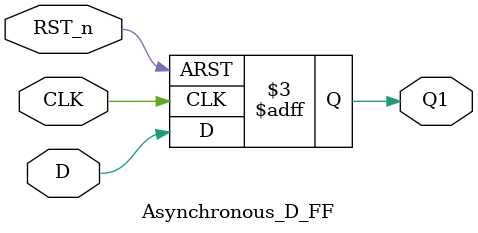
<source format=v>
`timescale 1ns / 1ps

module Asynchronous_D_FF(CLK,D,RST_n,Q1 );
    input CLK;
    input D;
    input RST_n;
    output reg Q1;
   always@(posedge RST_n or negedge CLK)
   //always@(posedge RST_n or posedge CLK)
    begin
    if(RST_n==1)
    Q1<=0;
    else
    Q1<=D; 
    end
endmodule

</source>
